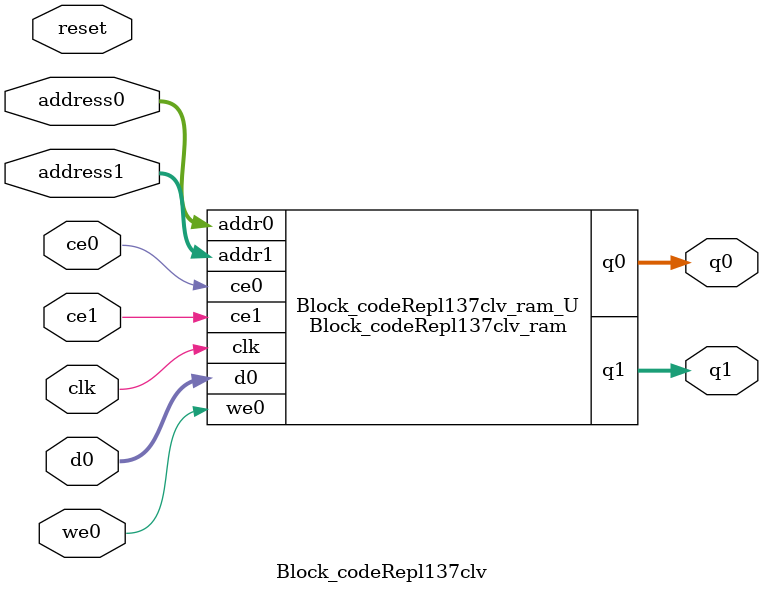
<source format=v>
`timescale 1 ns / 1 ps
module Block_codeRepl137clv_ram (addr0, ce0, d0, we0, q0, addr1, ce1, q1,  clk);

parameter DWIDTH = 5;
parameter AWIDTH = 16;
parameter MEM_SIZE = 51200;

input[AWIDTH-1:0] addr0;
input ce0;
input[DWIDTH-1:0] d0;
input we0;
output reg[DWIDTH-1:0] q0;
input[AWIDTH-1:0] addr1;
input ce1;
output reg[DWIDTH-1:0] q1;
input clk;

(* ram_style = "block" *)reg [DWIDTH-1:0] ram[0:MEM_SIZE-1];




always @(posedge clk)  
begin 
    if (ce0) begin
        if (we0) 
            ram[addr0] <= d0; 
        q0 <= ram[addr0];
    end
end


always @(posedge clk)  
begin 
    if (ce1) begin
        q1 <= ram[addr1];
    end
end


endmodule

`timescale 1 ns / 1 ps
module Block_codeRepl137clv(
    reset,
    clk,
    address0,
    ce0,
    we0,
    d0,
    q0,
    address1,
    ce1,
    q1);

parameter DataWidth = 32'd5;
parameter AddressRange = 32'd51200;
parameter AddressWidth = 32'd16;
input reset;
input clk;
input[AddressWidth - 1:0] address0;
input ce0;
input we0;
input[DataWidth - 1:0] d0;
output[DataWidth - 1:0] q0;
input[AddressWidth - 1:0] address1;
input ce1;
output[DataWidth - 1:0] q1;



Block_codeRepl137clv_ram Block_codeRepl137clv_ram_U(
    .clk( clk ),
    .addr0( address0 ),
    .ce0( ce0 ),
    .we0( we0 ),
    .d0( d0 ),
    .q0( q0 ),
    .addr1( address1 ),
    .ce1( ce1 ),
    .q1( q1 ));

endmodule


</source>
